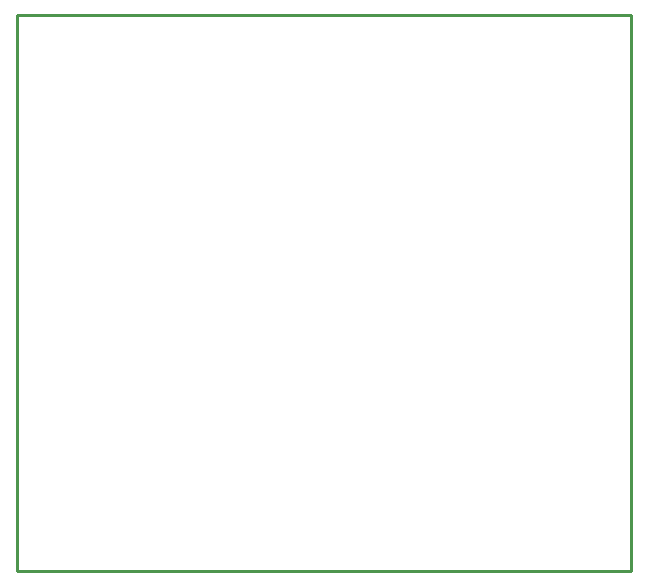
<source format=gko>
G04 Layer: BoardOutline*
G04 EasyEDA v6.4.19.3, 2021-03-31T18:03:01+05:30*
G04 c08650e857294e3dbb17a6b3c2855350,e0f298e70ebc440d83774b4d482b81cc,10*
G04 Gerber Generator version 0.2*
G04 Scale: 100 percent, Rotated: No, Reflected: No *
G04 Dimensions in inches *
G04 leading zeros omitted , absolute positions ,3 integer and 6 decimal *
%FSLAX36Y36*%
%MOIN*%

%ADD10C,0.0100*%
D10*
X275590Y3622046D02*
G01*
X2322834Y3622046D01*
X2322834Y1771653D01*
X275590Y1771653D01*
X275590Y3622046D01*

%LPD*%
M02*

</source>
